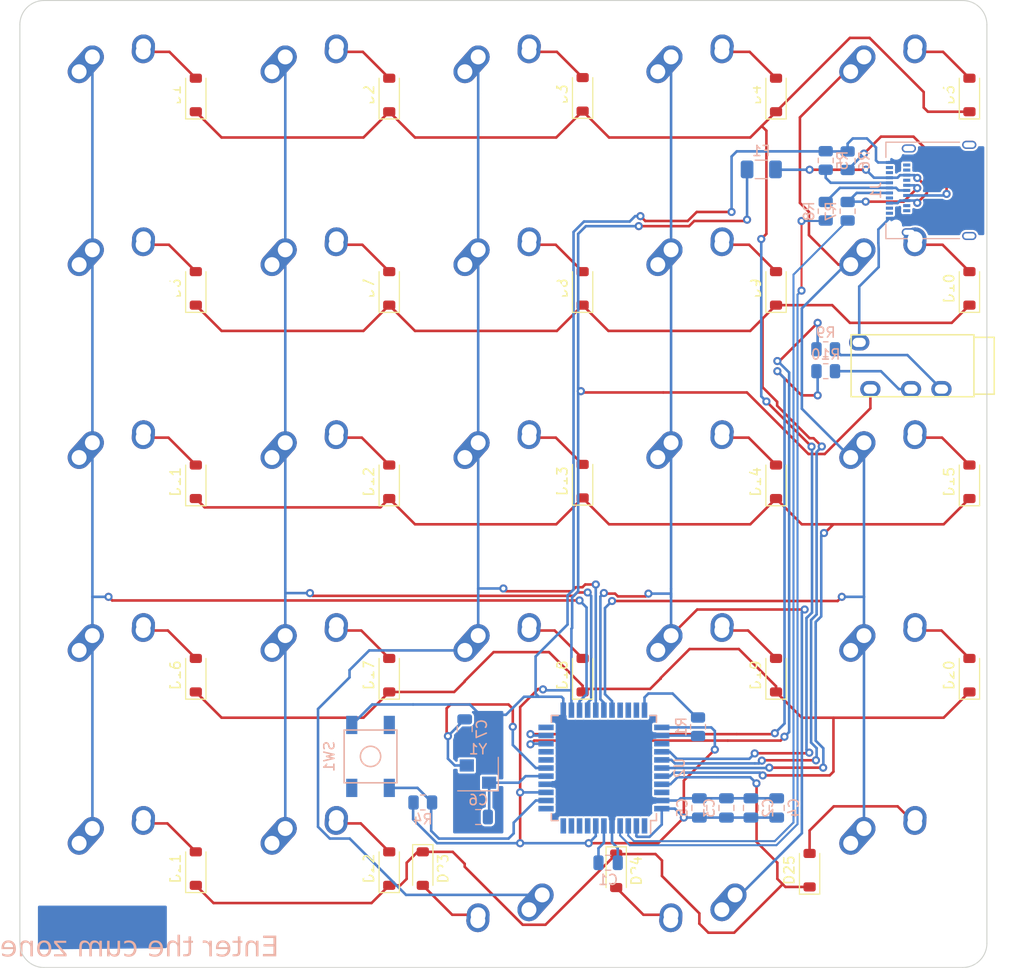
<source format=kicad_pcb>
(kicad_pcb (version 20221018) (generator pcbnew)
  (layers (0 "F.Cu" signal) (31 "B.Cu" signal) (34 "B.Paste" user) (35 "F.Paste" user) (36 "B.SilkS" user "B.Silkscreen") (37 "F.SilkS" user "F.Silkscreen") (38 "B.Mask" user) (39 "F.Mask" user) (44 "Edge.Cuts" user))
  (net 0 "")
  (net 1 "Net-(U2-UCAP)")
  (net 2 "GND")
  (net 3 "+5V")
  (net 4 "Net-(U2-XTAL2)")
  (net 5 "Net-(U2-XTAL1)")
  (net 6 "Net-(D1-A)")
  (net 7 "ROW0")
  (net 8 "Net-(D2-A)")
  (net 9 "Net-(D3-A)")
  (net 10 "ROW1")
  (net 11 "Net-(D4-A)")
  (net 12 "Net-(D5-A)")
  (net 13 "Net-(D6-A)")
  (net 14 "Net-(D7-A)")
  (net 15 "Net-(D8-A)")
  (net 16 "Net-(D9-A)")
  (net 17 "Net-(D10-A)")
  (net 18 "Net-(D11-A)")
  (net 19 "ROW2")
  (net 20 "Net-(D12-A)")
  (net 21 "Net-(D13-A)")
  (net 22 "Net-(D14-A)")
  (net 23 "Net-(D15-A)")
  (net 24 "Net-(D16-A)")
  (net 25 "ROW3")
  (net 26 "Net-(D17-A)")
  (net 27 "Net-(D18-A)")
  (net 28 "Net-(D19-A)")
  (net 29 "Net-(D20-A)")
  (net 30 "Net-(D21-A)")
  (net 31 "ROW4")
  (net 32 "Net-(D22-A)")
  (net 33 "Net-(D23-A)")
  (net 34 "Net-(D24-A)")
  (net 35 "Net-(D25-A)")
  (net 36 "VCC")
  (net 37 "COL0")
  (net 38 "COL1")
  (net 39 "COL2")
  (net 40 "COL3")
  (net 41 "COL4")
  (net 42 "Net-(U2-~{HWB}{slash}PE2)")
  (net 43 "D+")
  (net 44 "D-")
  (net 45 "Net-(U2-~{RESET})")
  (net 46 "Net-(J1-CC1)")
  (net 47 "Net-(J1-CC2)")
  (net 48 "Net-(J1-D--PadA7)")
  (net 49 "Net-(J1-D+-PadA6)")
  (net 50 "Net-(J2-PadR2)")
  (net 51 "RX")
  (net 52 "Net-(J2-PadR1)")
  (net 53 "TX")
  (footprint "MX_Alps_Hybrid:MX-1U-NoLED" (layer "F.Cu") (at 88.86875 88.78125)
    (fp_text reference "MX19")
    (fp_text value "MX-NoLED")
  )
  (footprint "Diode_SMD:D_SOD-123" (layer "F.Cu") (at 58.60625 31.53125 90)
    (fp_text reference "D2")
    (fp_text value "SOD-123")
  )
  (footprint "MX_Alps_Hybrid:MX-1U-NoLED" (layer "F.Cu") (at 107.86875 88.78125)
    (fp_text reference "MX20")
    (fp_text value "MX-NoLED")
  )
  (footprint "Diode_SMD:D_SOD-123" (layer "F.Cu") (at 58.60625 69.63125 90)
    (fp_text reference "D12")
    (fp_text value "SOD-123")
  )
  (footprint "MX_Alps_Hybrid:MX-1U-NoLED" (layer "F.Cu") (at 107.86875 107.78125)
    (fp_text reference "MX25")
    (fp_text value "MX-NoLED")
  )
  (footprint "MX_Alps_Hybrid:MX-1U-NoLED" (layer "F.Cu") (at 107.86875 31.78125)
    (fp_text reference "MX5")
    (fp_text value "MX-NoLED")
  )
  (footprint "Diode_SMD:D_SOD-123" (layer "F.Cu") (at 39.55625 107.73125 90)
    (fp_text reference "D21")
    (fp_text value "SOD-123")
  )
  (footprint "MX_Alps_Hybrid:MX-1U-NoLED" (layer "F.Cu") (at 69.86875 69.78125)
    (fp_text reference "MX13")
    (fp_text value "MX-NoLED")
  )
  (footprint "Diode_SMD:D_SOD-123" (layer "F.Cu") (at 100.0125 107.8875 90)
    (fp_text reference "D25")
    (fp_text value "SOD-123")
  )
  (footprint "Diode_SMD:D_SOD-123" (layer "F.Cu") (at 115.75625 31.53125 90)
    (fp_text reference "D5")
    (fp_text value "SOD-123")
  )
  (footprint "Diode_SMD:D_SOD-123" (layer "F.Cu") (at 96.70625 50.58125 90)
    (fp_text reference "D9")
    (fp_text value "SOD-123")
  )
  (footprint "MX_Alps_Hybrid:MX-1U-NoLED" (layer "F.Cu") (at 107.86875 69.78125)
    (fp_text reference "MX15")
    (fp_text value "MX-NoLED")
  )
  (footprint "Keebio-Parts:TRRS-PJ-320A" (layer "F.Cu") (at 116.20075 58.20125 -90)
    (fp_text reference "J2")
    (fp_text value "AudioJack4")
  )
  (footprint "MX_Alps_Hybrid:MX-1U-NoLED" (layer "F.Cu") (at 31.86875 50.78125)
    (fp_text reference "MX6")
    (fp_text value "MX-NoLED")
  )
  (footprint "Diode_SMD:D_SOD-123" (layer "F.Cu") (at 58.60625 50.58125 90)
    (fp_text reference "D7")
    (fp_text value "SOD-123")
  )
  (footprint "MX_Alps_Hybrid:MX-1U-NoLED" (layer "F.Cu") (at 50.86875 88.78125)
    (fp_text reference "MX17")
    (fp_text value "MX-NoLED")
  )
  (footprint "Diode_SMD:D_SOD-123" (layer "F.Cu") (at 61.9125 107.73125 -90)
    (fp_text reference "D23")
    (fp_text value "SOD-123")
  )
  (footprint "Diode_SMD:D_SOD-123" (layer "F.Cu") (at 39.55625 50.58125 90)
    (fp_text reference "D6")
    (fp_text value "SOD-123")
  )
  (footprint "MX_Alps_Hybrid:MX-1U-NoLED" (layer "F.Cu") (at 88.86875 50.78125)
    (fp_text reference "MX9")
    (fp_text value "MX-NoLED")
  )
  (footprint "MX_Alps_Hybrid:MX-1U-NoLED" (layer "F.Cu") (at 50.86875 31.78125)
    (fp_text reference "MX2")
    (fp_text value "MX-NoLED")
  )
  (footprint "Diode_SMD:D_SOD-123" (layer "F.Cu") (at 77.65625 69.56875 90)
    (fp_text reference "D13")
    (fp_text value "SOD-123")
  )
  (footprint "Diode_SMD:D_SOD-123" (layer "F.Cu") (at 77.65625 31.46875 90)
    (fp_text reference "D3")
    (fp_text value "SOD-123")
  )
  (footprint "Diode_SMD:D_SOD-123" (layer "F.Cu") (at 96.70625 31.53125 90)
    (fp_text reference "D4")
    (fp_text value "SOD-123")
  )
  (footprint "MX_Alps_Hybrid:MX-1U-NoLED" (layer "F.Cu") (at 88.86875 107.78125 180)
    (fp_text reference "MX24")
    (fp_text value "MX-NoLED")
  )
  (footprint "MX_Alps_Hybrid:MX-1U-NoLED" (layer "F.Cu") (at 50.86875 69.78125)
    (fp_text reference "MX12")
    (fp_text value "MX-NoLED")
  )
  (footprint "Diode_SMD:D_SOD-123" (layer "F.Cu") (at 58.60625 88.68125 90)
    (fp_text reference "D17")
    (fp_text value "SOD-123")
  )
  (footprint "MX_Alps_Hybrid:MX-1U-NoLED" (layer "F.Cu") (at 69.86875 31.78125)
    (fp_text reference "MX3")
    (fp_text value "MX-NoLED")
  )
  (footprint "MX_Alps_Hybrid:MX-1U-NoLED" (layer "F.Cu") (at 50.86875 50.78125)
    (fp_text reference "MX7")
    (fp_text value "MX-NoLED")
  )
  (footprint "MX_Alps_Hybrid:MX-1U-NoLED" (layer "F.Cu") (at 31.86875 69.78125)
    (fp_text reference "MX11")
    (fp_text value "MX-NoLED")
  )
  (footprint "Diode_SMD:D_SOD-123" (layer "F.Cu") (at 115.75625 69.63125 90)
    (fp_text reference "D15")
    (fp_text value "SOD-123")
  )
  (footprint "Diode_SMD:D_SOD-123" (layer "F.Cu") (at 96.70625 88.68125 90)
    (fp_text reference "D19")
    (fp_text value "SOD-123")
  )
  (footprint "MX_Alps_Hybrid:MX-1U-NoLED" (layer "F.Cu") (at 69.86875 107.78125 180)
    (fp_text reference "MX23")
    (fp_text value "MX-NoLED")
  )
  (footprint "MX_Alps_Hybrid:MX-1U-NoLED" (layer "F.Cu") (at 31.86875 107.78125)
    (fp_text reference "MX21")
    (fp_text value "MX-NoLED")
  )
  (footprint "Diode_SMD:D_SOD-123" (layer "F.Cu") (at 39.55625 31.53125 90)
    (fp_text reference "D1")
    (fp_text value "SOD-123")
  )
  (footprint "Diode_SMD:D_SOD-123" (layer "F.Cu") (at 39.55625 69.63125 90)
    (fp_text reference "D11")
    (fp_text value "SOD-123")
  )
  (footprint "Diode_SMD:D_SOD-123" (layer "F.Cu") (at 96.70625 69.63125 90)
    (fp_text reference "D14")
    (fp_text value "SOD-123")
  )
  (footprint "MX_Alps_Hybrid:MX-1U-NoLED" (layer "F.Cu") (at 31.86875 31.78125)
    (fp_text reference "MX1")
    (fp_text value "MX-NoLED")
  )
  (footprint "MX_Alps_Hybrid:MX-1U-NoLED" (layer "F.Cu") (at 88.86875 69.78125)
    (fp_text reference "MX14")
    (fp_text value "MX-NoLED")
  )
  (footprint "Diode_SMD:D_SOD-123" (layer "F.Cu") (at 39.55625 88.68125 90)
    (fp_text reference "D16")
    (fp_text value "SOD-123")
  )
  (footprint "Diode_SMD:D_SOD-123" (layer "F.Cu") (at 58.60625 107.73125 90)
    (fp_text reference "D22")
    (fp_text value "SOD-123")
  )
  (footprint "MX_Alps_Hybrid:MX-1U-NoLED" (layer "F.Cu") (at 107.86875 50.78125)
    (fp_text reference "MX10")
    (fp_text value "MX-NoLED")
  )
  (footprint "MX_Alps_Hybrid:MX-1U-NoLED" (layer "F.Cu") (at 88.86875 31.78125)
    (fp_text reference "MX4")
    (fp_text value "MX-NoLED")
  )
  (footprint "Diode_SMD:D_SOD-123" (layer "F.Cu") (at 115.75625 50.58125 90)
    (fp_text reference "D10")
    (fp_text value "SOD-123")
  )
  (footprint "MX_Alps_Hybrid:MX-1U-NoLED" (layer "F.Cu") (at 69.86875 50.78125)
    (fp_text reference "MX8")
    (fp_text value "MX-NoLED")
  )
  (footprint "MX_Alps_Hybrid:MX-1U-NoLED" (layer "F.Cu") (at 69.86875 88.78125)
    (fp_text reference "MX18")
    (fp_text value "MX-NoLED")
  )
  (footprint "MX_Alps_Hybrid:MX-1U-NoLED" (layer "F.Cu") (at 31.86875 88.78125)
    (fp_text reference "MX16")
    (fp_text value "MX-NoLED")
  )
  (footprint "Diode_SMD:D_SOD-123" (layer "F.Cu") (at 80.9625 107.95 -90)
    (fp_text reference "D24")
    (fp_text value "SOD-123")
  )
  (footprint "Diode_SMD:D_SOD-123" (layer "F.Cu") (at 77.65625 50.58125 90)
    (fp_text reference "D8")
    (fp_text value "SOD-123")
  )
  (footprint "MX_Alps_Hybrid:MX-1U-NoLED" (layer "F.Cu") (at 50.86875 107.78125)
    (fp_text reference "MX22")
    (fp_text value "MX-NoLED")
  )
  (footprint "Diode_SMD:D_SOD-123" (layer "F.Cu") (at 115.75625 88.68125 90)
    (fp_text reference "D20")
    (fp_text value "SOD-123")
  )
  (footprint "Diode_SMD:D_SOD-123" (layer "F.Cu") (at 77.65625 88.68125 90)
    (fp_text reference "D18")
    (fp_text value "SOD-123")
  )
  (footprint "Package_QFP:TQFP-44_10x10mm_P0.8mm" (layer "B.Cu") (at 79.75175 97.82525 90)
    (fp_text reference "U2")
    (fp_text value "ATmega32U4-A")
  )
  (footprint "Resistor_SMD:R_0805_2012Metric" (layer "B.Cu") (at 101.6 37.98125 90)
    (fp_text reference "R5")
    (fp_text value "5.1k")
  )
  (footprint "Resistor_SMD:R_0805_2012Metric" (layer "B.Cu") (at 101.6 42.98125 -90)
    (fp_text reference "R8")
    (fp_text value "5.1k")
  )
  (footprint "Capacitor_SMD:C_0805_2012Metric" (layer "B.Cu") (at 94.234 101.75625 90)
    (fp_text reference "C2")
    (fp_text value "0.1uF")
  )
  (footprint "Capacitor_SMD:C_0805_2012Metric" (layer "B.Cu") (at 96.774 101.75625 90)
    (fp_text reference "C4")
    (fp_text value "0.1uF")
  )
  (footprint "Resistor_SMD:R_0805_2012Metric" (layer "B.Cu") (at 103.759 38.00475 90)
    (fp_text reference "R6")
    (fp_text value "5.1k")
  )
  (footprint "random-keyboard-parts:SKQG-1155865" (layer "B.Cu") (at 56.76475 96.68225 90)
    (fp_text reference "SW1")
    (fp_text value "SW_Push")
  )
  (footprint "Capacitor_SMD:C_0805_2012Metric" (layer "B.Cu") (at 89.154 101.75625 -90)
    (fp_text reference "C5")
    (fp_text value "10uF")
  )
  (footprint "Capacitor_SMD:C_0805_2012Metric" (layer "B.Cu") (at 67.37175 102.65125 180)
    (fp_text reference "C6")
    (fp_text value "22pF")
  )
  (footprint "Resistor_SMD:R_0805_2012Metric" (layer "B.Cu") (at 61.9125 101.219)
    (fp_text reference "R4")
    (fp_text value "10k")
  )
  (footprint "Crystal:Crystal_SMD_3225-4Pin_3.2x2.5mm" (layer "B.Cu") (at 67.34875 98.42125 180)
    (fp_text reference "Y1")
    (fp_text value "16MHz")
  )
  (footprint "Resistor_SMD:R_0805_2012Metric" (layer "B.Cu") (at 101.6 58.7375 180)
    (fp_text reference "R10")
    (fp_text value "1k")
  )
  (footprint "Capacitor_SMD:C_0805_2012Metric" (layer "B.Cu") (at 66.04 93.98 90)
    (fp_text reference "C7")
    (fp_text value "22pF")
  )
  (footprint "Connector_USB:USB_C_Receptacle_Amphenol_12401610E4-2A" (layer "B.Cu") (at 112.89875 40.92925 -90)
    (fp_text reference "J1")
    (fp_text value "USB_C_Receptacle_USB2.0")
  )
  (footprint "Resistor_SMD:R_0805_2012Metric" (layer "B.Cu") (at 103.759 42.98125 -90)
    (fp_text reference "R7")
    (fp_text value "5.1k")
  )
  (footprint "Resistor_SMD:R_0805_2012Metric" (layer "B.Cu") (at 101.6 56.5785 180)
    (fp_text reference "R9")
    (fp_text value "1k")
  )
  (footprint "Fuse:Fuse_1206_3216Metric" (layer "B.Cu") (at 95.253 38.862 180)
    (fp_text reference "F1")
    (fp_text value "500mA")
  )
  (footprint "Capacitor_SMD:C_0805_2012Metric" (layer "B.Cu") (at 91.821 101.75625 -90)
    (fp_text reference "C3")
    (fp_text value "0.1uF")
  )
  (footprint "Capacitor_SMD:C_0805_2012Metric" (layer "B.Cu") (at 80.16875 107.15625)
    (fp_text reference "C1")
    (fp_text value "1uF")
  )
  (footprint "Resistor_SMD:R_0805_2012Metric" (layer "B.Cu") (at 89.02275 93.76125 -90)
    (fp_text reference "R1")
    (fp_text value "10k")
  )
  (gr_arc (start 117.475 115.09375) (mid 116.777548 116.777548) (end 115.09375 117.475) (stroke (width 0.1)) (layer "Edge.Cuts"))
  (gr_arc (start 24.60625 117.475) (mid 22.922452 116.777548) (end 22.225 115.09375) (stroke (width 0.1)) (layer "Edge.Cuts"))
  (gr_arc (start 115.09375 22.225) (mid 116.777548 22.922452) (end 117.475 24.60625) (stroke (width 0.1)) (layer "Edge.Cuts"))
  (gr_line (start 24.60625 117.475) (end 115.09375 117.475) (stroke (width 0.1)) (layer "Edge.Cuts"))
  (gr_line (start 22.225 24.60625) (end 22.225 115.09375) (stroke (width 0.1)) (layer "Edge.Cuts"))
  (gr_line (start 117.475 115.09375) (end 117.475 24.60625) (stroke (width 0.1)) (layer "Edge.Cuts"))
  (gr_arc (start 22.225 24.60625) (mid 22.922452 22.922452) (end 24.60625 22.225) (stroke (width 0.1)) (layer "Edge.Cuts"))
  (gr_line (start 115.09375 22.225) (end 24.60625 22.225) (stroke (width 0.1)) (layer "Edge.Cuts"))
  (gr_text "Enter the cum zone" (at 47.752 116.713) (layer "B.SilkS") (effects (font (size 2 2)) (justify left bottom mirror)))
  (segment (start 79.75175 105.192) (end 79.75175 103.52525) (width 0.254) (layer "B.Cu") (net 1))
  (segment (start 79.21875 107.15625) (end 79.21875 105.725) (width 0.254) (layer "B.Cu") (net 1))
  (segment (start 79.21875 105.725) (end 79.75175 105.192) (width 0.254) (layer "B.Cu") (net 1))
  (segment (start 88.892948 43.053) (end 92.329 43.053) (width 0.254) (layer "F.Cu") (net 2))
  (segment (start 83.827221 43.942) (end 88.003948 43.942) (width 0.254) (layer "F.Cu") (net 2))
  (segment (start 88.003948 43.942) (end 88.892948 43.053) (width 0.254) (layer "F.Cu") (net 2))
  (segment (start 83.349317 43.464096) (end 83.827221 43.942) (width 0.254) (layer "F.Cu") (net 2))
  (via (at 83.349317 43.464096) (size 0.8) (drill 0.4) (layers "F.Cu" "B.Cu") (net 2))
  (via (at 92.329 43.053) (size 0.8) (drill 0.4) (layers "F.Cu" "B.Cu") (net 2))
  (segment (start 104.90075 50.396291) (end 104.90075 55.90125) (width 0.254) (layer "B.Cu") (net 2))
  (segment (start 106.553 37.973) (end 106.553 36.703) (width 0.254) (layer "B.Cu") (net 2))
  (segment (start 77.789947 43.996) (end 76.762 45.023948) (width 0.254) (layer "B.Cu") (net 2))
  (segment (start 88.97425 94.62525) (end 89.02275 94.67375) (width 0.254) (layer "B.Cu") (net 2))
  (segment (start 107.87875 38.17925) (end 106.75925 38.17925) (width 0.254) (layer "B.Cu") (net 2))
  (segment (start 101.58475 37.084) (end 92.837 37.084) (width 0.254) (layer "B.Cu") (net 2))
  (segment (start 89.154 100.80625) (end 87.3125 100.80625) (width 0.254) (layer "B.Cu") (net 2))
  (segment (start 73.3425 90.805) (end 71.882 90.805) (width 0.254) (layer "B.Cu") (net 2))
  (segment (start 106.553 36.703) (end 105.664 35.814) (width 0.254) (layer "B.Cu") (net 2))
  (segment (start 56.422 92.075) (end 56.93 91.567) (width 0.254) (layer "B.Cu") (net 2))
  (segment (start 73.025 86.83875) (end 73.025 90.4875) (width 0.254) (layer "B.Cu") (net 2))
  (segment (start 87.0935 101.02525) (end 85.45175 101.02525) (width 0.254) (layer "B.Cu") (net 2))
  (segment (start 103.759 36.322) (end 103.759 37.09225) (width 0.254) (layer "B.Cu") (net 2))
  (segment (start 87.3125 100.80625) (end 87.0935 101.02525) (width 0.254) (layer "B.Cu") (net 2))
  (segment (start 109.604103 37.903897) (end 109.57875 37.92925) (width 0.254) (layer "B.Cu") (net 2))
  (segment (start 82.827904 43.464096) (end 82.296 43.996) (width 0.254) (layer "B.Cu") (net 2))
  (segment (start 96.774 100.80625) (end 94.234 100.80625) (width 0.254) (layer "B.Cu") (net 2))
  (segment (start 66.548 91.567) (end 67.437 92.456) (width 0.254) (layer "B.Cu") (net 2))
  (segment (start 82.296 43.996) (end 77.789947 43.996) (width 0.254) (layer "B.Cu") (net 2))
  (segment (start 66.42175 102.65125) (end 66.24875 102.47825) (width 0.254) (layer "B.Cu") (net 2))
  (segment (start 85.45175 94.62525) (end 88.97425 94.62525) (width 0.254) (layer "B.Cu") (net 2))
  (segment (start 106.820389 48.476652) (end 104.90075 50.396291) (width 0.254) (layer "B.Cu") (net 2))
  (segment (start 101.6 37.06875) (end 101.58475 37.084) (width 0.254) (layer "B.Cu") (net 2))
  (segment (start 106.820389 46.735275) (end 106.820389 48.476652) (width 0.254) (layer "B.Cu") (net 2))
  (segment (start 75.75175 92.12525) (end 75.75175 90.99175) (width 0.254) (layer "B.Cu") (net 2))
  (segment (start 56.93 91.567) (end 60.96 91.567) (width 0.254) (layer "B.Cu") (net 2))
  (segment (start 75.75175 90.99175) (end 75.565 90.805) (width 0.254) (layer "B.Cu") (net 2))
  (segment (start 106.786107 46.10218) (end 106.820389 46.735275) (width 0.254) (layer "B.Cu") (net 2))
  (segment (start 76.762 80.240064) (end 76.17075 80.831313) (width 0.254) (layer "B.Cu") (net 2))
  (segment (start 92.329 37.592) (end 92.329 43.053) (width 0.254) (layer "B.Cu") (net 2))
  (segment (start 107.87875 38.17925) (end 107.83675 38.13725) (width 0.254) (layer "B.Cu") (net 2))
  (segment (start 76.762 45.023948) (end 76.762 80.240064) (width 0.254) (layer "B.Cu") (net 2))
  (segment (start 76.17075 80.831313) (end 76.17075 83.693) (width 0.254) (layer "B.Cu") (net 2))
  (segment (start 107.87875 43.67925) (end 106.786107 44.771893) (width 0.254) (layer "B.Cu") (net 2))
  (segment (start 101.6235 37.09225) (end 101.6 37.06875) (width 0.254) (layer "B.Cu") (net 2))
  (segment (start 66.64875 99.27125) (end 66.24875 99.27125) (width 0.254) (layer "B.Cu") (net 2))
  (segment (start 73.3425 90.805) (end 73.025 90.4875) (width 0.254) (layer "B.Cu") (net 2))
  (segment (start 104.267 35.814) (end 103.759 36.322) (width 0.254) (layer "B.Cu") (net 2))
  (segment (start 105.664 35.814) (end 104.267 35.814) (width 0.254) (layer "B.Cu") (net 2))
  (segment (start 68.44875 97.57125) (end 68.34875 97.57125) (width 0.254) (layer "B.Cu") (net 2))
  (segment (start 92.837 37.084) (end 92.329 37.592) (width 0.254) (layer "B.Cu") (net 2))
  (segment (start 76.17075 83.693) (end 73.025 86.83875) (width 0.254) (layer "B.Cu") (net 2))
  (segment (start 80.55175 105.158) (end 80.55175 103.52525) (width 0.254) (layer "B.Cu") (net 2))
  (segment (start 54.91475 93.58225) (end 56.422 92.075) (width 0.254) (layer "B.Cu") (net 2))
  (segment (start 75.565 90.805) (end 73.3425 90.805) (width 0.254) (layer "B.Cu") (net 2))
  (segment (start 103.759 37.09225) (end 101.6235 37.09225) (width 0.254) (layer "B.Cu") (net 2))
  (segment (start 60.96 91.567) (end 66.548 91.567) (width 0.254) (layer "B.Cu") (net 2))
  (segment (start 70.104 92.583) (end 69.596 92.583) (width 0.254) (layer "B.Cu") (net 2))
  (segment (start 81.11875 105.725) (end 80.55175 105.158) (width 0.254) (layer "B.Cu") (net 2))
  (segment (start 81.11875 107.15625) (end 81.11875 105.725) (width 0.254) (layer "B.Cu") (net 2))
  (segment (start 106.786107 44.771893) (end 106.786107 46.10218) (width 0.254) (layer "B.Cu") (net 2))
  (segment (start 106.75925 38.17925) (end 106.553 37.973) (width 0.254) (layer "B.Cu") (net 2))
  (segment (start 83.349317 43.464096) (end 82.827904 43.464096) (width 0.254) (layer "B.Cu") (net 2))
  (segment (start 91.821 100.80625) (end 89.154 100.80625) (width 0.254) (layer "B.Cu") (net 2))
  (segment (start 94.234 100.80625) (end 91.821 100.80625) (width 0.254) (layer "B.Cu") (net 2))
  (segment (start 71.882 90.805) (end 70.104 92.583) (width 0.254) (layer "B.Cu") (net 2))
  (segment (start 71.50425 100.222) (end 71.501 100.22525) (width 0.254) (layer "F.Cu") (net 3))
  (segment (start 90.678 96.012) (end 87.625 99.065) (width 0.254) (layer "F.Cu") (net 3))
  (segment (start 87.625 99.065) (end 87.625 102.70625) (width 0.254) (layer "F.Cu") (net 3))
  (segment (start 88.138 44.45) (end 88.646 43.942) (width 0.254) (layer "F.Cu") (net 3))
  (segment (start 88.646 43.942) (end 93.726 43.942) (width 0.254) (layer "F.Cu") (net 3))
  (segment (start 101.501787 66.894) (end 106.00075 62.395037) (width 0.254) (layer "F.Cu") (net 3))
  (segment (start 93.726 43.942) (end 93.853 43.815) (width 0.254) (layer "F.Cu") (net 3))
  (segment (start 93.840866 60.833) (end 99.901866 66.894) (width 0.254) (layer "F.Cu") (net 3))
  (segment (start 71.501 105.229) (end 71.501 100.22525) (width 0.254) (layer "F.Cu") (net 3))
  (segment (start 73.7515 90.0785) (end 73.716 90.043) (width 0.254) (layer "F.Cu") (net 3))
  (segment (start 71.50425 91.81775) (end 71.50425 100.222) (width 0.254) (layer "F.Cu") (net 3))
  (segment (start 78.252 105.229) (end 85.10225 105.229) (width 0.254) (layer "F.Cu") (net 3))
  (segment (start 83.185 44.45) (end 88.138 44.45) (width 0.254) (layer "F.Cu") (net 3))
  (segment (start 73.279 90.043) (end 71.50425 91.81775) (width 0.254) (layer "F.Cu") (net 3))
  (segment (start 99.901866 66.894) (end 101.501787 66.894) (width 0.254) (layer "F.Cu") (net 3))
  (segment (start 85.598 60.833) (end 77.6155 60.833) (width 0.254) (layer "F.Cu") (net 3))
  (segment (start 106.00075 62.395037) (end 106.00075 60.50125) (width 0.254) (layer "F.Cu") (net 3))
  (segment (start 77.6155 60.833) (end 77.4885 60.706) (width 0.254) (layer "F.Cu") (net 3))
  (segment (start 85.598 60.833) (end 93.840866 60.833) (width 0.254) (layer "F.Cu") (net 3))
  (segment (start 85.10225 105.229) (end 87.625 102.70625) (width 0.254) (layer "F.Cu") (net 3))
  (segment (start 73.716 90.043) (end 73.279 90.043) (width 0.254) (layer "F.Cu") (net 3))
  (via (at 71.501 105.229) (size 0.8) (drill 0.4) (layers "F.Cu" "B.Cu") (net 3))
  (via (at 87.625 102.70625) (size 0.8) (drill 0.4) (layers "F.Cu" "B.Cu") (net 3))
  (via (at 71.501 100.22525) (size 0.8) (drill 0.4) (layers "F.Cu" "B.Cu") (net 3))
  (via (at 73.7515 90.0785) (size 0.8) (drill 0.4) (layers "F.Cu" "B.Cu") (net 3))
  (via (at 78.252 105.229) (size 0.8) (drill 0.4) (layers "F.Cu" "B.Cu") (net 3))
  (via (at 93.853 43.815) (size 0.8) (drill 0.4) (layers "F.Cu" "B.Cu") (net 3))
  (via (at 77.4885 60.706) (size 0.8) (drill 0.4) (layers "F.Cu" "B.Cu") (net 3))
  (via (at 90.678 96.012) (size 0.8) (drill 0.4) (layers "F.Cu" "B.Cu") (net 3))
  (via (at 83.185 44.45) (size 0.8) (drill 0.4) (layers "F.Cu" "B.Cu") (net 3))
  (segment (start 73.843 90.17) (end 76.55175 90.17) (width 0.254) (layer "B.Cu") (net 3))
  (segment (start 77.216 80.428116) (end 77.216 60.706) (width 0.254) (layer "B.Cu") (net 3))
  (segment (start 82.95175 103.52525) (end 82.95175 104.52925) (width 0.254) (layer "B.Cu") (net 3))
  (segment (start 77.216 60.706) (end 77.216 45.212) (width 0.254) (layer "B.Cu") (net 3))
  (segment (start 76.62475 81.019366) (end 77.216 80.428116) (width 0.254) (layer "B.Cu") (net 3))
  (segment (start 71.501 105.229) (end 78.252 105.229) (width 0.254) (layer "B.Cu") (net 3))
  (segment (start 93.853 38.862) (end 93.853 43.5965) (width 0.254) (layer "B.Cu") (net 3))
  (segment (start 78.252 105.229) (end 78.95175 104.52925) (width 0.254) (layer "B.Cu") (net 3))
  (segment (start 87.625 102.70625) (end 86.744 101.82525) (width 0.254) (layer "B.Cu") (net 3))
  (segment (start 76.62475 84.03025) (end 76.62475 81.019366) (width 0.254) (layer "B.Cu") (net 3))
  (segment (start 77.4885 60.706) (end 77.216 60.706) (width 0.254) (layer "B.Cu") (net 3))
  (segment (start 94.234 102.70625) (end 91.821 102.70625) (width 0.254) (layer "B.Cu") (net 3))
  (segment (start 90.678 94.1785) (end 90.678 96.012) (width 0.254) (layer "B.Cu") (net 3))
  (segment (start 76.55175 90.17) (end 76.55175 84.10325) (width 0.254) (layer "B.Cu") (net 3))
  (segment (start 76.55175 84.10325) (end 76.62475 84.03025) (width 0.254) (layer "B.Cu") (net 3))
  (segment (start 76.55175 92.12525) (end 76.55175 90.17) (width 0.254) (layer "B.Cu") (net 3))
  (segment (start 74.05175 100.22525) (end 71.501 100.22525) (width 0.254) (layer "B.Cu") (net 3))
  (segment (start 96.774 102.70625) (end 94.234 102.70625) (width 0.254) (layer "B.Cu") (net 3))
  (segment (start 85.45175 103.39725) (end 85.45175 101.82525) (width 0.254) (layer "B.Cu") (net 3))
  (segment (start 90.32475 93.82525) (end 90.678 94.1785) (width 0.254) (layer "B.Cu") (net 3))
  (segment (start 91.821 102.70625) (end 89.154 102.70625) (width 0.254) (layer "B.Cu") (net 3))
  (segment (start 82.95175 104.52925) (end 83.02475 104.60225) (width 0.254) (layer "B.Cu") (net 3))
  (segment (start 77.978 44.45) (end 83.185 44.45) (width 0.254) (layer "B.Cu") (net 3))
  (segment (start 60.96 101.473) (end 60.96 102.877052) (width 0.254) (layer "B.Cu") (net 3))
  (segment (start 84.24675 104.60225) (end 85.45175 103.39725) (width 0.254) (layer "B.Cu") (net 3))
  (segment (start 73.7515 90.0785) (end 73.843 90.17) (width 0.254) (layer "B.Cu") (net 3))
  (segment (start 87.625 102.70625) (end 89.154 102.70625) (width 0.254) (layer "B.Cu") (net 3))
  (segment (start 85.45175 93.82525) (end 90.32475 93.82525) (width 0.254) (layer "B.Cu") (net 3))
  (segment (start 78.95175 104.52925) (end 78.95175 103.52525) (width 0.254) (layer "B.Cu") (net 3))
  (segment (start 85.45175 101.82525) (end 86.744 101.82525) (width 0.254) (layer "B.Cu") (net 3))
  (segment (start 77.216 45.212) (end 77.978 44.45) (width 0.254) (layer "B.Cu") (net 3))
  (segment (start 83.02475 104.60225) (end 84.24675 104.60225) (width 0.254) (layer "B.Cu") (net 3))
  (segment (start 63.311948 105.229) (end 71.501 105.229) (width 0.254) (layer "B.Cu") (net 3))
  (segment (start 60.96 102.877052) (end 63.311948 105.229) (width 0.254) (layer "B.Cu") (net 3))
  (segment (start 72.031 98.62525) (end 71.385 99.27125) (width 0.254) (layer "B.Cu") (net 4))
  (segment (start 68.44875 102.52425) (end 68.44875 99.27125) (width 0.254) (layer "B.Cu") (net 4))
  (segment (start 74.05175 98.62525) (end 72.031 98.62525) (width 0.254) (layer "B.Cu") (net 4))
  (segment (start 71.385 99.27125) (end 68.44875 99.27125) (width 0.254) (layer "B.Cu") (net 4))
  (segment (start 68.32175 102.65125) (end 68.44875 102.52425) (width 0.254) (layer "B.Cu") (net 4))
  (segment (start 64.262 91.948) (end 64.262 94.554) (width 0.254) (layer "F.Cu") (net 5))
  (segment (start 64.643 91.567) (end 64.262 91.948) (width 0.254) (layer "F.Cu") (net 5))
  (segment (start 70.77775 91.98675) (end 70.358 91.567) (width 0.254) (layer "F.Cu") (net 5))
  (segment (start 70.77775 93.762177) (end 70.77775 91.98675) (width 0.254) (layer "F.Cu") (net 5))
  (segment (start 70.358 91.567) (end 64.643 91.567) (width 0.254) (layer "F.Cu") (net 5))
  (segment (start 64.262 94.554) (end 64.389 94.681) (width 0.254) (layer "F.Cu") (net 5))
  (via (at 70.77775 93.762177) (size 0.8) (drill 0.4) (layers "F.Cu" "B.Cu") (net 5))
  (via (at 64.389 94.681) (size 0.8) (drill 0.4) (layers "F.Cu" "B.Cu") (net 5))
  (segment (start 64.389 94.681) (end 66.04 93.03) (width 0.254) (layer "B.Cu") (net 5))
  (segment (start 74.05175 97.82525) (end 73.04775 97.82525) (width 0.254) (layer "B.Cu") (net 5))
  (segment (start 65.05925 97.57125) (end 64.389 96.901) (width 0.254) (layer "B.Cu") (net 5))
  (segment (start 73.04775 97.82525) (end 70.77775 95.55525) (width 0.254) (layer "B.Cu") (net 5))
  (segment (start 64.389 96.901) (end 64.389 94.681) (width 0.254) (layer "B.Cu") (net 5))
  (segment (start 66.24875 97.57125) (end 65.05925 97.57125) (width 0.254) (layer "B.Cu") (net 5))
  (segment (start 70.77775 95.55525) (end 70.77775 93.762177) (width 0.254) (layer "B.Cu") (net 5))
  (segment (start 39.55625 29.88125) (end 36.95625 27.28125) (width 0.254) (layer "F.Cu") (net 6))
  (segment (start 36.95625 27.28125) (end 34.36875 27.28125) (width 0.254) (layer "F.Cu") (net 6))
  (segment (start 42.09375 35.71875) (end 56.06875 35.71875) (width 0.254) (layer "F.Cu") (net 7))
  (segment (start 77.65625 33.11875) (end 80.25625 35.71875) (width 0.254) (layer "F.Cu") (net 7))
  (segment (start 58.60625 33.18125) (end 61.14375 35.71875) (width 0.254) (layer "F.Cu") (net 7))
  (segment (start 39.55625 33.18125) (end 42.09375 35.71875) (width 0.254) (layer "F.Cu") (net 7))
  (segment (start 95.758 35.052) (end 95.758 45.212) (width 0.254) (layer "F.Cu") (net 7))
  (segment (start 95.29675 34.59075) (end 95.758 35.052) (width 0.254) (layer "F.Cu") (net 7))
  (segment (start 99.920305 96.37175) (end 99.9785 96.313555) (width 0.254) (layer "F.Cu") (net 7))
  (segment (start 111.66725 33.18125) (end 115.75625 33.18125) (width 0.254) (layer "F.Cu") (net 7))
  (segment (start 94.608354 96.386245) (end 94.622849 96.37175) (width 0.254) (layer "F.Cu") (net 7))
  (segment (start 103.9795 25.908) (end 105.918 25.908) (width 0.254) (layer "F.Cu") (net 7))
  (segment (start 61.14375 35.71875) (end 75.05625 35.71875) (width 0.254) (layer "F.Cu") (net 7))
  (segment (start 96.70625 33.18125) (end 103.9795 25.908) (width 0.254) (layer "F.Cu") (net 7))
  (segment (start 94.622849 96.37175) (end 99.920305 96.37175) (width 0.254) (layer "F.Cu") (net 7))
  (segment (start 80.25625 35.71875) (end 94.16875 35.71875) (width 0.254) (layer "F.Cu") (net 7))
  (segment (start 105.918 25.908) (end 111.252 31.242) (width 0.254) (layer "F.Cu") (net 7))
  (segment (start 94.16875 35.71875) (end 95.29675 34.59075) (width 0.254) (layer "F.Cu") (net 7))
  (segment (start 95.758 45.212) (end 95.25 45.72) (width 0.254) (layer "F.Cu") (net 7))
  (segment (start 111.252 32.766) (end 111.66725 33.18125) (width 0.254) (layer "F.Cu") (net 7))
  (segment (start 100.203 66.167) (end 95.758 61.722) (width 0.254) (layer "F.Cu") (net 7))
  (segment (start 111.252 31.242) (end 111.252 32.766) (width 0.254) (layer "F.Cu") (net 7))
  (segment (start 75.05625 35.71875) (end 77.65625 33.11875) (width 0.254) (layer "F.Cu") (net 7))
  (segment (start 95.29675 34.59075) (end 96.70625 33.18125) (width 0.254) (layer "F.Cu") (net 7))
  (segment (start 56.06875 35.71875) (end 58.60625 33.18125) (width 0.254) (layer "F.Cu") (net 7))
  (via (at 95.758 61.722) (size 0.8) (drill 0.4) (layers "F.Cu" "B.Cu") (net 7))
  (via (at 95.25 45.72) (size 0.8) (drill 0.4) (layers "F.Cu" "B.Cu") (net 7))
  (via (at 100.203 66.167) (size 0.8) (drill 0.4) (layers "F.Cu" "B.Cu") (net 7))
  (via (at 99.9785 96.313555) (size 0.8) (drill 0.4) (layers "F.Cu" "B.Cu") (net 7))
  (via (at 94.608354 96.386245) (size 0.8) (drill 0.4) (layers "F.Cu" "B.Cu") (net 7))
  (segment (start 86.890401 96.878599) (end 86.929052 96.91725) (width 0.254) (layer "B.Cu") (net 7))
  (segment (start 100.2515 66.2155) (end 100.203 66.167) (width 0.254) (layer "B.Cu") (net 7))
  (segment (start 99.9785 96.313555) (end 99.706 96.041055) (width 0.254) (layer "B.Cu") (net 7))
  (segment (start 90.043 96.91725) (end 94.077349 96.91725) (width 0.254) (layer "B.Cu") (net 7))
  (segment (start 85.45175 96.22525) (end 86.237052 96.22525) (width 0.254) (layer "B.Cu") (net 7))
  (segment (start 99.825634 82.938311) (end 100.2515 82.512445) (width 0.254) (layer "B.Cu") (net 7))
  (segment (start 86.237052 96.22525) (end 86.890401 96.878599) (width 0.254) (layer "B.Cu") (net 7))
  (segment (start 99.706 83.047) (end 99.814689 82.938311) (width 0.254) (layer "B.Cu") (net 7))
  (segment (start 94.077349 96.91725) (end 94.608354 96.386245) (width 0.254) (layer "B.Cu") (net 7))
  (segment (start 100.2515 82.512445) (end 100.2515 66.2155) (width 0.254) (layer "B.Cu") (net 7))
  (segment (start 95.25 61.214) (end 95.758 61.722) (width 0.254) (layer "B.Cu") (net 7))
  (segment (start 86.929052 96.91725) (end 90.043 96.91725) (width 0.254) (layer "B.Cu") (net 7))
  (segment (start 95.25 45.72) (end 95.25 61.214) (width 0.254) (layer "B.Cu") (net 7))
  (segment (start 99.814689 82.938311) (end 99.825634 82.938311) (width 0.254) (layer "B.Cu") (net 7))
  (segment (start 99.706 96.041055) (end 99.706 83.047) (width 0.254) (layer "B.Cu") (net 7))
  (segment (start 58.60625 29.88125) (end 56.00625 27.28125) (width 0.254) (layer "F.Cu") (net 8))
  (segment (start 56.00625 27.28125) (end 53.36875 27.28125) (width 0.254) (layer "F.Cu") (net 8))
  (segment (start 77.65625 29.81875) (end 75.11875 27.28125) (width 0.254) (layer "F.Cu") (net 9))
  (segment (start 75.11875 27.28125) (end 72.36875 27.28125) (width 0.254) (layer "F.Cu") (net 9))
  (segment (start 94.16875 54.76875) (end 95.36025 53.57725) (width 0.254) (layer "F.Cu") (net 10))
  (segment (start 101.21554 66.151406) (end 100.402108 65.337974) (width 0.254) (layer "F.Cu") (net 10))
  (segment (start 61.14375 54.76875) (end 75.11875 54.76875) (width 0.254) (layer "F.Cu") (net 10))
  (segment (start 42.09375 54.76875) (end 56.06875 54.76875) (width 0.254) (layer "F.Cu") (net 10))
  (segment (start 96.8175 61.753366) (end 95.377 60.312866) (width 0.254) (layer "F.Cu") (net 10))
  (segment (start 95.36025 53.57725) (end 96.70625 52.23125) (width 0.254) (layer "F.Cu") (net 10))
  (segment (start 95.377 53.594) (end 95.36025 53.57725) (width 0.254) (layer "F.Cu") (net 10))
  (segment (start 95.377 60.312866) (end 95.377 53.594) (width 0.254) (layer "F.Cu") (net 10))
  (segment (start 77.65625 52.23125) (end 80.19375 54.76875) (width 0.254) (layer "F.Cu") (net 10))
  (segment (start 96.8175 62.139448) (end 96.8175 61.753366) (width 0.254) (layer "F.Cu") (net 10))
  (segment (start 115.75625 52.23125) (end 114.0125 53.975) (width 0.254) (layer "F.Cu") (net 10))
  (segment (start 100.638745 97.063) (end 100.639245 97.0635) (width 0.254) (layer "F.Cu") (net 10))
  (segment (start 95.309312 97.09875) (end 95.345062 97.063) (width 0.254) (layer "F.Cu") (net 10))
  (segment (start 100.016026 65.337974) (end 96.8175 62.139448) (width 0.254) (layer "F.Cu") (net 10))
  (segment (start 58.60625 52.23125) (end 61.14375 54.76875) (width 0.254) (layer "F.Cu") (net 10))
  (segment (start 80.19375 54.76875) (end 94.16875 54.76875) (width 0.254) (layer "F.Cu") (net 10))
  (segment (start 101.21554 66.152113) (end 101.21554 66.151406) (width 0.254) (layer "F.Cu") (net 10))
  (segment (start 75.11875 54.76875) (end 77.65625 52.23125) (width 0.254) (layer "F.Cu") (net 10))
  (segment (start 95.345062 97.063) (end 100.638745 97.063) (width 0.254) (layer "F.Cu") (net 10))
  (segment (start 56.06875 54.76875) (end 58.60625 52.23125) (width 0.254) (layer "F.Cu") (net 10))
  (segment (start 102.2375 52.23125) (end 96.70625 52.23125) (width 0.254) (layer "F.Cu") (net 10))
  (segment (start 100.402108 65.337974) (end 100.016026 65.337974) (width 0.254) (layer "F.Cu") (net 10))
  (segment (start 103.98125 53.975) (end 102.2375 52.23125) (width 0.254) (layer "F.Cu") (net 10))
  (segment (start 39.55625 52.23125) (end 42.09375 54.76875) (width 0.254) (layer "F.Cu") (net 10))
  (segment (start 114.0125 53.975) (end 103.98125 53.975) (width 0.254) (layer "F.Cu") (net 10))
  (via (at 100.639245 97.0635) (size 0.8) (drill 0.4) (layers "F.Cu" "B.Cu") (net 10))
  (via (at 101.21554 66.152113) (size 0.8) (drill 0.4) (layers "F.Cu" "B.Cu") (net 10))
  (via (at 95.309312 97.09875) (size 0.8) (drill 0.4) (layers "F.Cu" "B.Cu") (net 10))
  (segment (start 86.395 97.02525) (end 86.741 97.37125) (width 0.254) (layer "B.Cu") (net 10))
  (segment (start 100.16 95.3195) (end 100.16 83.245998) (width 0.254) (layer "B.Cu") (net 10))
  (segment (start 100.7055 96.997245) (end 100.7055 95.865) (width 0.254) (layer "B.Cu") (net 10))
  (segment (start 100.7055 66.692634) (end 100.93 66.468134) (width 0.254) (layer "B.Cu") (net 10))
  (segment (start 100.7055 82.700498) (end 100.7055 66.692634) (width 0.254) (layer "B.Cu") (net 10))
  (segment (start 94.615 97.37125) (end 95.036812 97.37125) (width 0.254) (layer "B.Cu") (net 10))
  (segment (start 100.639245 97.0635) (end 100.7055 96.997245) (width 0.254) (layer "B.Cu") (net 10))
  (segment (start 100.93 66.437653) (end 101.21554 66.152113) (width 0.254) (layer "B.Cu") (net 10))
  (segment (start 100.93 66.468134) (end 100.93 66.437653) (width 0.254) (layer "B.Cu") (net 10))
  (segment (start 86.741 97.37125) (end 94.615 97.37125) (width 0.254) (layer "B.Cu") (net 10))
  (segment (start 100.7055 95.865) (end 100.16 95.3195) (width 0.254) (layer "B.Cu") (net 10))
  (segment (start 100.16 83.245998) (end 100.7055 82.700498) (width 0.254) (layer "B.Cu") (net 10))
  (segment (start 85.45175 97.02525) (end 86.395 97.02525) (width 0.254) (layer "B.Cu") (net 10))
  (segment (start 95.036812 97.37125) (end 95.309312 97.09875) (width 0.254) (layer "B.Cu") (net 10))
  (segment (start 96.70625 29.88125) (end 94.10625 27.28125) (width 0.254) (layer "F.Cu") (net 11))
  (segment (start 94.10625 27.28125) (end 91.36875 27.28125) (width 0.254) (layer "F.Cu") (net 11))
  (segment (start 115.75625 29.88125) (end 113.15625 27.28125) (width 0.254) (layer "F.Cu") (net 12))
  (segment (start 113.15625 27.28125) (end 110.36875 27.28125) (width 0.254) (layer "F.Cu") (net 12))
  (segment (start 36.90625 46.28125) (end 34.36875 46.28125) (width 0.254) (layer "F.Cu") (net 13))
  (segment (start 39.55625 48.93125) (end 36.90625 46.28125) (width 0.254) (layer "F.Cu") (net 13))
  (segment (start 55.95625 46.28125) (end 53.36875 46.28125) (width 0.254) (layer "F.Cu") (net 14))
  (segment (start 58.60625 48.93125) (end 55.95625 46.28125) (width 0.254) (layer "F.Cu") (net 14))
  (segment (start 77.65625 48.93125) (end 75.00625 46.28125) (width 0.254) (layer "F.Cu") (net 15))
  (segment (start 75.00625 46.28125) (end 72.36875 46.28125) (width 0.254) (layer "F.Cu") (net 15))
  (segment (start 94.05625 46.28125) (end 91.36875 46.28125) (width 0.254) (layer "F.Cu") (net 16))
  (segment (start 96.70625 48.93125) (end 94.05625 46.28125) (width 0.254) (layer "F.Cu") (net 16))
  (segment (start 113.10625 46.28125) (end 110.36875 46.28125) (width 0.254) (layer "F.Cu") (net 17))
  (segment (start 115.75625 48.93125) (end 113.10625 46.28125) (width 0.254) (layer "F.Cu") (net 17))
  (segment (start 39.55625 67.98125) (end 36.85625 65.28125) (width 0.254) (layer "F.Cu") (net 18))
  (segment (start 36.85625 65.28125) (end 34.36875 65.28125) (width 0.254) (layer "F.Cu") (net 18))
  (segment (start 39.55625 71.28125) (end 40.42715 72.15215) (width 0.254) (layer "F.Cu") (net 19))
  (segment (start 77.65625 71.21875) (end 80.25625 73.81875) (width 0.254) (layer "F.Cu") (net 19))
  (segment (start 94.16875 73.81875) (end 96.70625 71.28125) (width 0.254) (layer "F.Cu") (net 19))
  (segment (start 57.73535 72.15215) (end 58.60625 71.28125) (width 0.254) (layer "F.Cu") (net 19))
  (segment (start 101.50475 74.676) (end 102.362 73.81875) (width 0.254) (layer "F.Cu") (net 19))
  (segment (start 61.14375 73.81875) (end 75.05625 73.81875) (width 0.254) (layer "F.Cu") (net 19))
  (segment (start 40.42715 72.15215) (end 57.73535 72.15215) (width 0.254) (layer "F.Cu") (net 19))
  (segment (start 75.05625 73.81875) (end 77.65625 71.21875) (width 0.254) (layer "F.Cu") (net 19))
  (segment (start 102.362 73.81875) (end 113.21875 73.81875) (width 0.254) (layer "F.Cu") (net 19))
  (segment (start 101.432 74.676) (end 101.50475 74.676) (width 0.254) (layer "F.Cu") (net 19))
  (segment (start 58.60625 71.28125) (end 61.14375 73.81875) (width 0.254) (layer "F.Cu") (net 19))
  (segment (start 96.04375 97.79) (end 101.346 97.79) (width 0.254) (layer "F.Cu") (net 19))
  (segment (start 99.24375 73.81875) (end 102.362 73.81875) (width 0.254) (layer "F.Cu") (net 19))
  (segment (start 96.70625 71.28125) (end 99.24375 73.81875) (width 0.254) (layer "F.Cu") (net 19))
  (segment (start 113.21875 73.81875) (end 115.75625 71.28125) (width 0.254) (layer "F.Cu") (net 19))
  (segment (start 80.25625 73.81875) (end 94.16875 73.81875) (width 0.254) (layer "F.Cu") (net 19))
  (via (at 101.346 97.79) (size 0.8) (drill 0.4) (layers "F.Cu" "B.Cu") (net 19))
  (via (at 101.432 74.676) (size 0.8) (drill 0.4) (layers "F.Cu" "B.Cu") (net 19))
  (via (at 96.04375 97.79) (size 0.8) (drill 0.4) (layers "F.Cu" "B.Cu") (net 19))
  (segment (start 101.1595 74.9485) (end 101.432 74.676) (width 0.254) (layer "B.Cu") (net 19))
  (segment (start 100.614 83.566) (end 100.614 83.43405) (width 0.254) (layer "B.Cu") (net 19))
  (segment (start 101.366245 97.769755) (end 101.366245 95.883693) (width 0.254) (layer "B.Cu") (net 19))
  (segment (start 100.614 95.131448) (end 100.614 91.283) (width 0.254) (layer "B.Cu") (net 19))
  (segment (start 96.0085 97.82525) (end 85.45175 97.82525) (width 0.254) (layer "B.Cu") (net 19))
  (segment (start 101.366245 95.883693) (end 100.614 95.131448) (width 0.254) (layer "B.Cu") (net 19))
  (segment (start 96.04375 97.79) (end 96.0085 97.82525) (width 0.254) (layer "B.Cu") (net 19))
  (segment (start 101.1595 82.88855) (end 101.1595 82.169) (width 0.254) (layer "B.Cu") (net 19))
  (segment (start 100.614 91.283) (end 100.614 83.977) (width 0.254) (layer "B.Cu") (net 19))
  (segment (start 100.614 83.43405) (end 100.914025 83.134025) (width 0.254) (layer "B.Cu") (net 19))
  (segment (start 101.346 97.79) (end 101.366245 97.769755) (width 0.254) (layer "B.Cu") (net 19))
  (segment (start 100.914025 83.134025) (end 101.1595 82.88855) (width 0.254) (layer "B.Cu") (net 19))
  (segment (start 100.614 83.977) (end 100.614 83.566) (width 0.254) (layer "B.Cu") (net 19))
  (segment (start 101.1595 82.169) (end 101.1595 74.9485) (width 0.254) (layer "B.Cu") (net 19))
  (segment (start 55.90625 65.28125) (end 53.36875 65.28125) (width 0.254) (layer "F.Cu") (net 20))
  (segment (start 58.60625 67.98125) (end 55.90625 65.28125) (width 0.254) (layer "F.Cu") (net 20))
  (segment (start 77.65625 67.91875) (end 75.01875 65.28125) (width 0.254) (layer "F.Cu") (net 21))
  (segment (start 75.01875 65.28125) (end 72.36875 65.28125) (width 0.254) (layer "F.Cu") (net 21))
  (segment (start 94.00625 65.28125) (end 91.36875 65.28125) (width 0.254) (layer "F.Cu") (net 22))
  (segment (start 96.70625 67.98125) (end 94.00625 65.28125) (width 0.254) (layer "F.Cu") (net 22))
  (segment (start 113.05625 65.28125) (end 110.36875 65.28125) (width 0.254) (layer "F.Cu") (net 23))
  (segment (start 115.75625 67.98125) (end 113.05625 65.28125) (width 0.254) (layer "F.Cu") (net 23))
  (segment (start 39.55625 87.03125) (end 36.80625 84.28125) (width 0.254) (layer "F.Cu") (net 24))
  (segment (start 36.80625 84.28125) (end 34.36875 84.28125) (width 0.254) (layer "F.Cu") (net 24))
  (segment (start 77.65625 90.33125) (end 77.95425 90.03325) (width 0.254) (layer "F.Cu") (net 25))
  (segment (start 85.313595 89.027) (end 85.344 89.027) (width 0.254) (layer "F.Cu") (net 25))
  (segment (start 99.24375 92.86875) (end 102.362 92.86875) (width 0.254) (layer "F.Cu") (net 25))
  (segment (start 77.95425 90.03325) (end 84.307345 90.03325) (width 0.254) (layer "F.Cu") (net 25))
  (segment (start 74.348445 86.41035) (end 68.886691 86.41035) (width 0.254) (layer "F.Cu") (net 25))
  (segment (start 66.04075 89.256291) (end 66.04075 89.299845) (width 0.254) (layer "F.Cu") (net 25))
  (segment (start 113.21875 92.86875) (end 115.75625 90.33125) (width 0.254) (layer "F.Cu") (net 25))
  (segment (start 85.344 89.027) (end 85.344 88.953041) (width 0.254) (layer "F.Cu") (net 25))
  (segment (start 84.307345 90.03325) (end 85.313595 89.027) (width 0.254) (layer "F.Cu") (net 25))
  (segment (start 96.70625 90.33125) (end 99.24375 92.86875) (width 0.254) (layer "F.Cu") (net 25))
  (segment (start 56.06875 92.86875) (end 58.60625 90.33125) (width 0.254) (layer "F.Cu") (net 25))
  (segment (start 77.65625 89.718155) (end 74.348445 86.41035) (width 0.254) (layer "F.Cu") (net 25))
  (segment (start 66.04075 89.299845) (end 65.009345 90.33125) (width 0.254) (layer "F.Cu") (net 25))
  (segment (start 39.55625 90.33125) (end 42.09375 92.86875) (width 0.254) (layer "F.Cu") (net 25))
  (segment (start 88.191041 86.106) (end 93.044095 86.106) (width 0.254) (layer "F.Cu") (net 25))
  (segment (start 77.65625 90.33125) (end 77.65625 89.718155) (width 0.254) (layer "F.Cu") (net 25))
  (segment (start 65.009345 90.33125) (end 58.60625 90.33125) (width 0.254) (layer "F.Cu") (net 25))
  (segment (start 101.991955 98.55175) (end 102.362 98.181705) (width 0.254) (layer "F.Cu") (net 25))
  (segment (start 102.362 92.86875) (end 113.21875 92.86875) (width 0.254) (layer "F.Cu") (net 25))
  (segment (start 96.70625 89.768155) (end 96.70625 90.33125) (width 0.254) (layer "F.Cu") (net 25))
  (segment (start 85.344 88.953041) (end 88.191041 86.106) (width 0.254) (layer "F.Cu") (net 25))
  (segment (start 102.362 98.181705) (end 102.362 92.86875) (width 0.254) (layer "F.Cu") (net 25))
  (segment (start 68.886691 86.41035) (end 66.04075 89.256291) (width 0.254) (layer "F.Cu") (net 25))
  (segment (start 95.396424 98.55175) (end 101.991955 98.55175) (width 0.254) (layer "F.Cu") (net 25))
  (segment (start 42.09375 92.86875) (end 56.06875 92.86875) (width 0.254) (layer "F.Cu") (net 25))
  (segment (start 93.044095 86.106) (end 96.70625 89.768155) (width 0.254) (layer "F.Cu") (net 25))
  (via (at 95.396424 98.55175) (size 0.8) (drill 0.4) (layers "F.Cu" "B.Cu") (net 25))
  (segment (start 86.614 98.27925) (end 95.123924 98.27925) (width 0.254) (layer "B.Cu") (net 25))
  (segment (start 85.45175 98.62525) (end 86.268 98.62525) (width 0.254) (layer "B.Cu") (net 25))
  (segment (start 95.123924 98.27925) (end 95.396424 98.55175) (width 0.254) (layer "B.Cu") (net 25))
  (segment (start 86.268 98.62525) (end 86.614 98.27925) (width 0.254) (layer "B.Cu") (net 25))
  (segment (start 58.60625 87.03125) (end 55.85625 84.28125) (width 0.254) (layer "F.Cu") (net 26))
  (segment (start 55.85625 84.28125) (end 53.36875 84.28125) (width 0.254) (layer "F.Cu") (net 26))
  (segment (start 74.90625 84.28125) (end 72.36875 84.28125) (width 0.254) (layer "F.Cu") (net 27))
  (segment (start 77.65625 87.03125) (end 74.90625 84.28125) (width 0.254) (layer "F.Cu") (net 27))
  (segment (start 93.95625 84.28125) (end 91.36875 84.28125) (width 0.254) (layer "F.Cu") (net 28))
  (segment (start 96.70625 87.03125) (end 93.95625 84.28125) (width 0.254) (layer "F.Cu") (net 28))
  (segment (start 115.75625 87.03125) (end 113.00625 84.28125) (width 0.254) (layer "F.Cu") (net 29))
  (segment (start 113.00625 84.28125) (end 110.36875 84.28125) (width 0.254) (layer "F.Cu") (net 29))
  (segment (start 36.75625 103.28125) (end 34.36875 103.28125) (width 0.254) (layer "F.Cu") (net 30))
  (segment (start 39.55625 106.08125) (end 36.75625 103.28125) (width 0.254) (layer "F.Cu") (net 30))
  (segment (start 85.471 108.458) (end 89.154 112.141) (width 0.254) (layer "F.Cu") (net 31))
  (segment (start 97.63125 109.5375) (end 100.0125 109.5375) (width 0.254) (layer "F.Cu") (net 31))
  (segment (start 96.8375 108.74375) (end 97.361375 109.267625) (width 0.254) (layer "F.Cu") (net 31))
  (segment (start 89.154 112.141) (end 89.154 113.157) (width 0.254) (layer "F.Cu") (net 31))
  (segment (start 73.998854 113.263646) (end 71.754719 113.263646) (width 0.254) (layer "F.Cu") (net 31))
  (segment (start 94.789625 105.108375) (end 96.8375 107.15625) (width 0.254) (layer "F.Cu") (net 31))
  (segment (start 39.55625 109.38125) (end 41.3 111.125) (width 0.254) (layer "F.Cu") (net 31))
  (segment (start 80.9625 106.3) (end 73.998854 113.263646) (width 0.254) (layer "F.Cu") (net 31))
  (segment (start 56.8625 111.125) (end 58.60625 109.38125) (width 0.254) (layer "F.Cu") (net 31))
  (segment (start 94.777874 99.336862) (end 94.789625 99.348613) (width 0.254) (layer "F.Cu") (net 31))
  (segment (start 58.60625 109.38125) (end 59.6875 109.38125) (width 0.254) (layer "F.Cu") (net 31))
  (segment (start 59.6875 109.38125) (end 60.325 108.74375) (width 0.254) (layer "F.Cu") (net 31))
  (segment (start 41.3 111.125) (end 56.8625 111.125) (width 0.254) (layer "F.Cu") (net 31))
  (segment (start 66.04075 107.262655) (end 64.859345 106.08125) (width 0.254) (layer "F.Cu") (net 31))
  (segment (start 97.361375 109.267625) (end 97.63125 109.5375) (width 0.254) (layer "F.Cu") (net 31))
  (segment (start 64.859345 106.08125) (end 61.9125 106.08125) (width 0.254) (layer "F.Cu") (net 31))
  (segment (start 92.583 114.046) (end 97.361375 109.267625) (width 0.254) (layer "F.Cu") (net 31))
  (segment (start 71.754719 113.263646) (end 66.04075 107.549677) (width 0.254) (layer "F.Cu") (net 31))
  (segment (start 80.9625 106.3) (end 84.837 106.3) (width 0.254) (layer "F.Cu") (net 31))
  (segment (start 96.8375 107.15625) (end 96.8375 108.74375) (width 0.254) (layer "F.Cu") (net 31))
  (segment (start 85.471 106.934) (end 85.471 108.458) (width 0.254) (layer "F.Cu") (net 31))
  (segment (start 60.325 108.74375) (end 60.325 107.15625) (width 0.254) (layer "F.Cu") (net 31))
  (segment (start 90.043 114.046) (end 92.583 114.046) (width 0.254) (layer "F.Cu") (net 31))
  (segment (start 89.154 113.157) (end 90.043 114.046) (width 0.254) (layer "F.Cu") (net 31))
  (segment (start 66.04075 107.549677) (end 66.04075 107.262655) (width 0.254) (layer "F.Cu") (net 31))
  (segment (start 84.837 106.3) (end 85.471 106.934) (width 0.254) (layer "F.Cu") (net 31))
  (segment (start 60.325 107.15625) (end 61.4 106.08125) (width 0.254) (layer "F.Cu") (net 31))
  (segment (start 94.789625 99.348613) (end 94.789625 105.108375) (width 0.254) (layer "F.Cu") (net 31))
  (segment (start 61.4 106.08125) (end 61.9125 106.08125) (width 0.254) (layer "F.Cu") (net 31))
  (via (at 94.777874 99.336862) (size 0.8) (drill 0.4) (layers "F.Cu" "B.Cu") (net 31))
  (segment (start 85.45175 99.42525) (end 86.303 99.42525) (width 0.254) (layer "B.Cu") (net 31))
  (segment (start 91.059 98.73325) (end 94.174262 98.73325) (width 0.254) (layer "B.Cu") (net 31))
  (segment (start 86.995 98.73325) (end 90.87775 98.73325) (width 0.254) (layer "B.Cu") (net 31))
  (segment (start 86.303 99.42525) (end 86.995 98.73325) (width 0.254) (layer "B.Cu") (net 31))
  (segment (start 94.174262 98.73325) (end 94.777874 99.336862) (width 0.254) (layer "B.Cu") (net 31))
  (segment (start 90.87775 98.73325) (end 91.059 98.73325) (width 0.254) (layer "B.Cu") (net 31))
  (segment (start 58.60625 106.08125) (end 55.80625 103.28125) (width 0.254) (layer "F.Cu") (net 32))
  (segment (start 55.80625 103.28125) (end 53.36875 103.28125) (width 0.254) (layer "F.Cu") (net 32))
  (segment (start 64.8125 112.28125) (end 67.36875 112.28125) (width 0.254) (layer "F.Cu") (net 33))
  (segment (start 61.9125 109.38125) (end 64.8125 112.28125) (width 0.254) (layer "F.Cu") (net 33))
  (segment (start 83.64375 112.28125) (end 86.36875 112.28125) (width 0.254) (layer "F.Cu") (net 34))
  (segment (start 80.9625 109.6) (end 83.64375 112.28125) (width 0.254) (layer "F.Cu") (net 34))
  (segment (start 100.0125 106.2375) (end 100.0125 103.98125) (width 0.254) (layer "F.Cu") (net 35))
  (segment (start 102.39375 101.6) (end 108.6875 101.6) (width 0.254) (layer "F.Cu") (net 35))
  (segment (start 108.6875 101.6) (end 110.36875 103.28125) (width 0.254) (layer "F.Cu") (net 35))
  (segment (start 100.0125 103.98125) (end 102.39375 101.6) (width 0.254) (layer "F.Cu") (net 35))
  (segment (start 110.645632 39.703011) (end 111.56 40.617379) (width 0.254) (layer "F.Cu") (net 36))
  (segment (start 105.56875 38.89375) (end 100.0125 38.89375) (width 0.254) (layer "F.Cu") (net 36))
  (segment (start 111.56 41.021) (end 111.56 41.21275) (width 0.254) (layer "F.Cu") (net 36))
  (segment (start 111.56 40.617379) (end 111.56 41.021) (width 0.254) (layer "F.Cu") (net 36))
  (segment (start 110.617006 39.703011) (end 110.645632 39.703011) (width 0.254) (layer "F.Cu") (net 36))
  (segment (start 111.56 41.21275) (end 110.617 42.15575) (width 0.254) (layer "F.Cu") (net 36))
  (via (at 100.0125 38.89375) (size 0.8) (drill 0.4) (layers "F.Cu" "B.Cu") (net 36))
  (via (at 110.617 42.15575) (size 0.8) (drill 0.4) (layers "F.Cu" "B.Cu") (net 36))
  (via (at 110.617006 39.703011) (size 0.8) (drill 0.4) (layers "F.Cu" "B.Cu") (net 36))
  (via (at 105.56875 38.89375) (size 0.8) (drill 0.4) (layers "F.Cu" "B.Cu") (net 36))
  (segment (start 106.35425 39.67925) (end 105.56875 38.89375) (width 0.254) (layer "B.Cu") (net 36))
  (segment (start 107.87875 42.17925) (end 108.67475 42.17925) (width 0.254) (layer "B.Cu") (net 36))
  (segment (start 110.3905 41.92925) (end 109.57875 41.92925) (width 0.254) (layer "B.Cu") (net 36))
  (segment (start 100.0125 38.89375) (end 96.68475 38.89375) (width 0.254) (layer "B.Cu") (net 36))
  (segment (start 108.67475 39.67925) (end 108.92475 39.42925) (width 0.254) (layer "B.Cu") (net 36))
  (segment (start 110.617 42.15575) (end 110.3905 41.92925) (width 0.254) (layer "B.Cu") (net 36))
  (segment (start 107.87875 39.67925) (end 108.67475 39.67925) (width 0.254) (layer "B.Cu") (net 36))
  (segment (start 108.67475 42.17925) (end 108.92475 41.92925) (width 0.254) (layer "B.Cu") (net 36))
  (segment (start 110.617006 39.703011) (end 110.343245 39.42925) (width 0.254) (layer "B.Cu") (net 36))
  (segment (start 108.92475 39.42925) (end 109.57875 39.42925) (width 0.254) (layer "B.Cu") (net 36))
  (segment (start 96.68475 38.89375) (end 96.653 38.862) (width 0.254) (layer "B.Cu") (net 36))
  (segment (start 107.87875 39.67925) (end 106.35425 39.67925) (width 0.254) (layer "B.Cu") (net 36))
  (segment (start 110.343245 39.42925) (end 109.57875 39.42925) (width 0.254) (layer "B.Cu") (net 36))
  (segment (start 108.92475 41.92925) (end 109.57875 41.92925) (width 0.254) (layer "B.Cu") (net 36))
  (segment (start 30.95625 80.9625) (end 31.31425 81.3205) (width 0.254) (layer "F.Cu") (net 37))
  (segment (start 31.31425 81.3205) (end 77.35175 81.3205) (width 0.254) (layer "F.Cu") (net 37))
  (via (at 77.35175 81.3205) (size 0.8) (drill 0.4) (layers "F.Cu" "B.Cu") (net 37))
  (via (at 30.95625 80.9625) (size 0.8) (drill 0.4) (layers "F.Cu" "B.Cu") (net 37))
  (segment (start 29.36875 46.78125) (end 29.36875 65.78125) (width 0.254) (layer "B.Cu") (net 37))
  (segment (start 29.36875 27.78125) (end 29.36875 46.78125) (width 0.254) (layer "B.Cu") (net 37))
  (segment (start 77.35175 91.24625) (end 77.35175 92.12525) (width 0.254) (layer "B.Cu") (net 37))
  (segment (start 29.36875 80.9625) (end 29.36875 84.78125) (width 0.254) (layer "B.Cu") (net 37))
  (segment (start 78.04375 82.0125) (end 78.04375 90.55425) (width 0.254) (layer "B.Cu") (net 37))
  (segment (start 77.35175 81.3205) (end 78.04375 82.0125) (width 0.254) (layer "B.Cu") (net 37))
  (segment (start 78.04375 90.55425) (end 77.35175 91.24625) (width 0.254) (layer "B.Cu") (net 37))
  (segment (start 29.36875 84.78125) (end 29.36875 103.78125) (width 0.254) (layer "B.Cu") (net 37))
  (segment (start 29.36875 65.78125) (end 29.36875 80.9625) (width 0.254) (layer "B.Cu") (net 37))
  (segment (start 30.95625 80.9625) (end 29.36875 80.9625) (width 0.254) (layer "B.Cu") (net 37))
  (segment (start 51.0725 80.8665) (end 76.777616 80.8665) (width 0.254) (layer "F.Cu") (net 38))
  (segment (start 50.8 80.594) (end 51.0725 80.8665) (width 0.254) (layer "F.Cu") (net 38))
  (segment (start 76.777616 80.8665) (end 77.111116 80.533) (width 0.254) (layer "F.Cu") (net 38))
  (segment (start 77.111116 80.533) (end 78.15175 80.533) (width 0.254) (layer "F.Cu") (net 38))
  (via (at 78.15175 80.533) (size 0.8) (drill 0.4) (layers "F.Cu" "B.Cu") (net 38))
  (via (at 50.8 80.594) (size 0.8) (drill 0.4) (layers "F.Cu" "B.Cu") (net 38))
  (segment (start 48.36875 80.16875) (end 48.36875 80.9625) (width 0.254) (layer "B.Cu") (net 38))
  (segment (start 48.36875 84.78125) (end 48.36875 103.78125) (width 0.254) (layer "B.Cu") (net 38))
  (segment (start 78.49775 91.04825) (end 78.15175 91.39425) (width 0.254) (layer "B.Cu") (net 38))
  (segment (start 48.36875 65.78125) (end 48.36875 80.16875) (width 0.254) (layer "B.Cu") (net 38))
  (segment (start 50.8 80.594) (end 48.36875 80.594) (width 0.254) (layer "B.Cu") (net 38))
  (segment (start 48.36875 80.594) (end 48.36875 80.9625) (width 0.254) (layer "B.Cu") (net 38))
  (segment (start 48.36875 27.78125) (end 48.36875 46.78125) (width 0.254) (layer "B.Cu") (net 38))
  (segment (start 48.36875 46.78125) (end 48.36875 65.78125) (width 0.254) (layer "B.Cu") (net 38))
  (segment (start 48.36875 80.9625) (end 48.36875 84.78125) (width 0.254) (layer "B.Cu") (net 38))
  (segment (start 78.15175 91.39425) (end 78.15175 92.12525) (width 0.254) (layer "B.Cu") (net 38))
  (segment (start 78.49775 80.879) (end 78.49775 91.04825) (width 0.254) (layer "B.Cu") (net 38))
  (segment (start 78.15175 80.533) (end 78.49775 80.879) (width 0.254) (layer "B.Cu") (net 38))
  (segment (start 77.637683 80.018933) (end 77.911116 79.7455) (width 0.254) (layer "F.Cu") (net 39))
  (segment (start 77.911116 79.7455) (end 78.95175 79.7455) (width 0.254) (layer "F.Cu") (net 39))
  (segment (start 70.1225 80.4125) (end 76.589563 80.4125) (width 0.254) (layer "F.Cu") (net 39))
  (segment (start 76.589563 80.4125) (end 76.98313 80.018933) (width 0.254) (layer "F.Cu") (net 39))
  (segment (start 69.85 80.14) (end 70.1225 80.4125) (width 0.254) (layer "F.Cu") (net 39))
  (segment (start 76.98313 80.018933) (end 77.637683 80.018933) (width 0.254) (layer "F.Cu") (net 39))
  (via (at 69.85 80.14) (size 0.8) (drill 0.4) (layers "F.Cu" "B.Cu") (net 39))
  (via (at 78.95175 79.7455) (size 0.8) (drill 0.4) (layers "F.Cu" "B.Cu") (net 39))
  (segment (start 52.751596 104.771189) (end 51.59375 103.613343) (width 0.254) (layer "B.Cu") (net 39))
  (segment (start 56.63375 86.24125) (end 66.05875 86.24125) (width 0.254) (layer "B.Cu") (net 39))
  (segment (start 67.36875 27.78125) (end 67.36875 46.78125) (width 0.254) (layer "B.Cu") (net 39))
  (segment (start 60.259345 110.32125) (end 54.709284 104.771189) (width 0.254) (layer "B.Cu") (net 39))
  (segment (start 54.69675 88.9) (end 54.69675 88.17825) (width 0.254) (layer "B.Cu") (net 39))
  (segment (start 69.85 80.14) (end 67.3975 80.14) (width 0.254) (layer "B.Cu") (net 39))
  (segment (start 67.36875 65.78125) (end 67.36875 80.16875) (width 0.254) (layer "B.Cu") (net 39))
  (segment (start 54.69675 88.17825) (end 56.63375 86.24125) (width 0.254) (layer "B.Cu") (net 39))
  (segment (start 67.36875 80.16875) (end 67.36875 84.78125) (width 0.254) (layer "B.Cu") (net 39))
  (segment (start 78.95175 79.7455) (end 78.95175 92.12525) (width 0.254) (layer "B.Cu") (net 39))
  (segment (start 51.59375 92.003) (end 54.69675 88.9) (width 0.254) (layer "B.Cu") (net 39))
  (segment (start 67.36875 46.78125) (end 67.36875 65.78125) (width 0.254) (layer "B.Cu") (net 39))
  (segment (start 67.3975 80.14) (end 67.36875 80.16875) (width 0.254) (layer "B.Cu") (net 39))
  (segment (start 73.67875 110.32125) (end 60.259345 110.32125) (width 0.254) (layer "B.Cu") (net 39))
  (segment (start 51.59375 103.613343) (end 51.59375 92.003) (width 0.254) (layer "B.Cu") (net 39))
  (segment (start 54.709284 104.771189) (end 52.751596 104.771189) (width 0.254) (layer "B.Cu") (net 39))
  (segment (start 81.125884 80.91925) (end 80.852884 80.64625) (width 0.254) (layer "F.Cu") (net 40))
  (segment (start 79.81225 80.64625) (end 79.75175 80.58575) (width 0.254) (layer "F.Cu") (net 40))
  (segment (start 83.865 80.91925) (end 81.125884 80.91925) (width 0.254) (layer "F.Cu") (net 40))
  (segment (start 80.852884 80.64625) (end 79.81225 80.64625) (width 0.254) (layer "F.Cu") (net 40))
  (segment (start 99.5245 82.211311) (end 88.938689 82.211311) (width 0.254) (layer "F.Cu") (net 40))
  (segment (start 88.938689 82.211311) (end 86.36875 84.78125) (width 0.254) (layer "F.Cu") (net 40))
  (segment (start 84.1375 80.64675) (end 83.865 80.91925) (width 0.254) (layer "F.Cu") (net 40))
  (via (at 84.1375 80.64675) (size 0.8) (drill 0.4) (layers "F.Cu" "B.Cu") (net 40))
  (via (at 79.75175 80.58575) (size 0.8) (drill 0.4) (layers "F.Cu" "B.Cu") (net 40))
  (via (at 99.5245 82.211311) (size 0.8) (drill 0.4) (layers "F.Cu" "B.Cu") (net 40))
  (segment (start 86.36875 80.16875) (end 86.36875 65.78125) (width 0.254) (layer "B.Cu") (net 40))
  (segment (start 79.40575 91.04825) (end 79.75175 91.39425) (width 0.254) (layer "B.Cu") (net 40))
  (segment (start 99.5245 82.211311) (end 99.252 82.483811) (width 0.254) (layer "B.Cu") (net 40))
  (segment (start 79.40575 80.93175) (end 79.40575 91.04825) (width 0.254) (layer "B.Cu") (net 40))
  (segment (start 99.252 82.483811) (end 99.252 104.248595) (width 0.254) (layer "B.Cu") (net 40))
  (segment (start 86.36875 80.64675) (end 86.36875 80.9625) (width 0.254) (layer "B.Cu") (net 40))
  (segment (start 79.75175 80.58575) (end 79.40575 80.93175) (width 0.254) (layer "B.Cu") (net 40))
  (segment (start 86.36875 65.78125) (end 86.36875 46.78125) (width 0.254) (layer "B.Cu") (net 40))
  (segment (start 86.36875 84.78125) (end 86.36875 80.9625) (width 0.254) (layer "B.Cu") (net 40))
  (segment (start 99.252 104.248595) (end 93.179345 110.32125) (width 0.254) (layer "B.Cu") (net 40))
  (segment (start 93.179345 110.32125) (end 92.67875 110.32125) (width 0.254) (layer "B.Cu") (net 40))
  (segment (start 84.1375 80.64675) (end 86.36875 80.64675) (width 0.254) (layer "B.Cu") (net 40))
  (segment (start 86.36875 80.9625) (end 86.36875 80.16875) (width 0.254) (layer "B.Cu") (net 40))
  (segment (start 86.36875 46.78125) (end 86.36875 27.78125) (width 0.254) (layer "B.Cu") (net 40))
  (segment (start 79.75175 91.39425) (end 79.75175 92.12525) (width 0.254) (layer "B.Cu") (net 40))
  (segment (start 103.558155 29.24125) (end 104.05875 29.24125) (width 0.254) (layer "F.Cu") (net 41))
  (segment (start 99.06 33.739405) (end 103.558155 29.24125) (width 0.254) (layer "F.Cu") (net 41))
  (segment (start 102.85125 48.24125) (end 99.949 45.339) (width 0.254) (layer "F.Cu") (net 41))
  (segment (start 99.06 42.164) (end 99.06 33.739405) (width 0.254) (layer "F.Cu") (net 41))
  (segment (start 80.55175 81.37325) (end 102.77675 81.37325) (width 0.254) (layer "F.Cu") (net 41))
  (segment (start 102.77675 81.37325) (end 103.1875 80.9625) (width 0.254) (layer "F.Cu") (net 41))
  (segment (start 99.949 45.339) (end 99.949 43.053) (width 0.254) (layer "F.Cu") (net 41))
  (segment (start 99.949 43.053) (end 99.06 42.164) (width 0.254) (layer "F.Cu") (net 41))
  (segment (start 104.05875 48.24125) (end 102.85125 48.24125) (width 0.254) (layer "F.Cu") (net 41))
  (via (at 80.55175 81.37325) (size 0.8) (drill 0.4) (layers "F.Cu" "B.Cu") (net 41))
  (via (at 103.1875 80.9625) (size 0.8) (drill 0.4) (layers "F.Cu" "B.Cu") (net 41))
  (segment (start 79.85975 90.55425) (end 80.55175 91.24625) (width 0.254) (layer "B.Cu") (net 41))
  (segment (start 105.36875 84.78125) (end 105.36875 103.78125) (width 0.254) (layer "B.Cu") (net 41))
  (segment (start 104.05875 67.24125) (end 99.252 62.4345) (width 0.254) (layer "B.Cu") (net 41))
  (segment (start 103.558155 48.24125) (end 104.05875 48.24125) (width 0.254) (layer "B.Cu") (net 41))
  (segment (start 105.36875 65.78125) (end 105.36875 80.9625) (width 0.254) (layer "B.Cu") (net 41))
  (segment (start 80.55175 81.37325) (end 79.85975 82.06525) (width 0.254) (layer "B.Cu") (net 41))
  (segment (start 80.55175 91.24625) (end 80.55175 92.12525) (width 0.254) (layer "B.Cu") (net 41))
  (segment (start 99.252 52.547405) (end 103.558155 48.24125) (width 0.254) (layer "B.Cu") (net 41))
  (segment (start 99.252 62.4345) (end 99.252 52.547405) (width 0.254) (layer "B.Cu") (net 41))
  (segment (start 105.36875 80.9625) (end 105.36875 84.78125) (width 0.254) (layer "B.Cu") (net 41))
  (segment (start 103.1875 80.9625) (end 105.36875 80.9625) (width 0.254) (layer "B.Cu") (net 41))
  (segment (start 79.85975 82.06525) (end 79.85975 90.55425) (width 0.254) (layer "B.Cu") (net 41))
  (segment (start 84.1375 90.4875) (end 86.51875 90.4875) (width 0.254) (layer "B.Cu") (net 42))
  (segment (start 83.75175 90.87325) (end 84.1375 90.4875) (width 0.254) (layer "B.Cu") (net 42))
  (segment (start 83.75175 92.12525) (end 83.75175 90.87325) (width 0.254) (layer "B.Cu") (net 42))
  (segment (start 88.88 92.84875) (end 89.02275 92.84875) (width 0.254) (layer "B.Cu") (net 42))
  (segment (start 86.51875 90.4875) (end 88.88 92.84875) (width 0.254) (layer "B.Cu") (net 42))
  (segment (start 99.21875 50.8) (end 99.21875 43.942) (width 0.2) (layer "F.Cu") (net 43))
  (via (at 99.21875 50.8) (size 0.8) (drill 0.4) (layers "F.Cu" "B.Cu") (net 43))
  (via (at 99.21875 43.942) (size 0.8) (drill 0.4) (layers "F.Cu" "B.Cu") (net 43))
  (segment (start 99.21875 43.942) (end 101.55175 43.942) (width 0.2) (layer "B.Cu") (net 43))
  (segment (start 82.3055 105.429) (end 81.35175 104.47525) (width 0.2) (layer "B.Cu") (net 43))
  (segment (start 98.825 51.19375) (end 98.825 103.353185) (width 0.2) (layer "B.Cu") (net 43))
  (segment (start 101.55175 43.942) (end 101.6 43.89375) (width 0.2) (layer "B.Cu") (net 43))
  (segment (start 81.35175 104.47525) (end 81.35175 103.52525) (width 0.2) (layer "B.Cu") (net 43))
  (segment (start 98.825 103.353185) (end 96.749186 105.429) (width 0.2) (layer "B.Cu") (net 43))
  (segment (start 99.21875 50.8) (end 98.825 51.19375) (width 0.2) (layer "B.Cu") (net 43))
  (segment (start 96.749186 105.429) (end 82.3055 105.429) (width 0.2) (layer "B.Cu") (net 43))
  (segment (start 82.7055 105.029) (end 96.5835 105.029) (width 0.2) (layer "B.Cu") (net 44))
  (segment (start 96.5835 105.029) (end 98.425 103.1875) (width 0.2) (layer "B.Cu") (net 44))
  (segment (start 82.15175 104.47525) (end 82.7055 105.029) (width 0.2) (layer "B.Cu") (net 44))
  (segment (start 82.15175 103.52525) (end 82.15175 104.47525) (width 0.2) (layer "B.Cu") (net 44))
  (segment (start 98.425 49.22775) (end 103.759 43.89375) (width 0.2) (layer "B.Cu") (net 44))
  (segment (start 98.425 103.1875) (end 98.425 49.22775) (width 0.2) (layer "B.Cu") (net 44))
  (segment (start 62.738 104.013) (end 63.5 104.775) (width 0.254) (layer "B.Cu") (net 45))
  (segment (start 63.5 104.775) (end 70.358 104.775) (width 0.254) (layer "B.Cu") (net 45))
  (segment (start 73.04775 101.02525) (end 74.05175 101.02525) (width 0.254) (layer "B.Cu") (net 45))
  (segment (start 62.738 101.6) (end 62.738 104.013) (width 0.254) (layer "B.Cu") (net 45))
  (segment (start 58.61475 99.78225) (end 61.38825 99.78225) (width 0.254) (layer "B.Cu") (net 45))
  (segment (start 70.866 103.207) (end 73.04775 101.02525) (width 0.254) (layer "B.Cu") (net 45))
  (segment (start 70.358 104.775) (end 70.866 104.267) (width 0.254) (layer "B.Cu") (net 45))
  (segment (start 70.866 104.267) (end 70.866 103.207) (width 0.254) (layer "B.Cu") (net 45))
  (segment (start 61.38825 99.78225) (end 62.825 101.219) (width 0.254) (layer "B.Cu") (net 45))
  (segment (start 107.87875 40.17925) (end 102.09175 40.17925) (width 0.254) (layer "B.Cu") (net 46))
  (segment (start 102.09175 40.17925) (end 101.6 39.6875) (width 0.254) (layer "B.Cu") (net 46))
  (segment (start 101.6 39.6875) (end 101.6 38.89375) (width 0.254) (layer "B.Cu") (net 46))
  (segment (start 110.2455 35.633) (end 113.50625 38.89375) (width 0.254) (layer "F.Cu") (net 47))
  (segment (start 113.50625 38.89375) (end 113.50625 41.275) (width 0.254) (layer "F.Cu") (net 47))
  (segment (start 107.04325 35.633) (end 110.2455 35.633) (width 0.254) (layer "F.Cu") (net 47))
  (segment (start 105.37 37.30625) (end 107.04325 35.633) (width 0.254) (layer "F.Cu") (net 47))
  (via (at 105.37 37.30625) (size 0.8) (drill 0.4) (layers "F.Cu" "B.Cu") (net 47))
  (via (at 113.50625 41.275) (size 0.8) (drill 0.4) (layers "F.Cu" "B.Cu") (net 47))
  (segment (start 105.37 37.30625) (end 103.759 38.91725) (width 0.254) (layer "B.Cu") (net 47))
  (segment (start 113.352 41.42925) (end 113.50625 41.275) (width 0.254) (layer "B.Cu") (net 47))
  (segment (start 109.57875 41.42925) (end 113.352 41.42925) (width 0.254) (layer "B.Cu") (net 47))
  (segment (start 110.617 40.702513) (end 109.282513 42.037) (width 0.254) (layer "F.Cu") (net 48))
  (segment (start 109.282513 42.037) (end 105.537 42.037) (width 0.254) (layer "F.Cu") (net 48))
  (via (at 110.617 40.702513) (size 0.8) (drill 0.4) (layers "F.Cu" "B.Cu") (net 48))
  (via (at 105.537 42.037) (size 0.8) (drill 0.4) (layers "F.Cu" "B.Cu") (net 48))
  (segment (start 103.759 42.06875) (end 104.6485 41.17925) (width 0.254) (layer "B.Cu") (net 48))
  (segment (start 105.537 42.037) (end 103.79075 42.037) (width 0.254) (layer "B.Cu") (net 48))
  (segment (start 106.553 41.17925) (end 107.87875 41.17925) (width 0.254) (layer "B.Cu") (net 48))
  (segment (start 104.6485 41.17925) (end 106.553 41.17925) (width 0.254) (layer "B.Cu") (net 48))
  (segment (start 110.343737 40.42925) (end 109.57875 40.42925) (width 0.254) (layer "B.Cu") (net 48))
  (segment (start 103.79075 42.037) (end 103.759 42.06875) (width 0.254) (layer "B.Cu") (net 48))
  (segment (start 110.617 40.702513) (end 110.343737 40.42925) (width 0.254) (layer "B.Cu") (net 48))
  (segment (start 109.57875 40.92925) (end 108.78275 40.92925) (width 0.254) (layer "B.Cu") (net 49))
  (segment (start 108.53275 40.67925) (end 107.87875 40.67925) (width 0.254) (layer "B.Cu") (net 49))
  (segment (start 101.6 42.06875) (end 102.9895 40.67925) (width 0.254) (layer "B.Cu") (net 49))
  (segment (start 108.78275 40.92925) (end 108.53275 40.67925) (width 0.254) (layer "B.Cu") (net 49))
  (segment (start 102.9895 40.67925) (end 107.87875 40.67925) (width 0.254) (layer "B.Cu") (net 49))
  (segment (start 102.5125 56.5785) (end 103.084 57.15) (width 0.254) (layer "B.Cu") (net 50))
  (segment (start 103.084 57.15) (end 109.6495 57.15) (width 0.254) (layer "B.Cu") (net 50))
  (segment (start 109.6495 57.15) (end 113.00075 60.50125) (width 0.254) (layer "B.Cu") (net 50))
  (segment (start 97.043253 57.737997) (end 100.80625 53.975) (width 0.254) (layer "F.Cu") (net 51))
  (segment (start 72.517 95.487503) (end 72.881503 95.123) (width 0.254) (layer "F.Cu") (net 51))
  (segment (start 97.155 95.123) (end 97.536 94.742) (width 0.254) (layer "F.Cu") (net 51))
  (segment (start 96.8375 57.737997) (end 97.043253 57.737997) (width 0.254) (layer "F.Cu") (net 51))
  (segment (start 72.881503 95.123) (end 91.948 95.123) (width 0.254) (layer "F.Cu") (net 51))
  (segment (start 91.948 95.123) (end 97.155 95.123) (width 0.254) (layer "F.Cu") (net 51))
  (via (at 72.517 95.487503) (size 0.8) (drill 0.4) (layers "F.Cu" "B.Cu") (net 51))
  (via (at 100.80625 53.975) (size 0.8) (drill 0.4) (layers "F.Cu" "B.Cu") (net 51))
  (via (at 97.536 94.742) (size 0.8) (drill 0.4) (layers "F.Cu" "B.Cu") (net 51))
  (via (at 96.8375 57.737997) (size 0.8) (drill 0.4) (layers "F.Cu" "B.Cu") (net 51))
  (segment (start 96.866131 57.737997) (end 96.8375 57.737997) (width 0.254) (layer "B.Cu") (net 51))
  (segment (start 97.536 94.742) (end 97.998 94.28) (width 0.254) (layer "B.Cu") (net 51))
  (segment (start 97.998 58.869866) (end 96.866131 57.737997) (width 0.254) (layer "B.Cu") (net 51))
  (segment (start 72.579253 95.42525) (end 72.517 95.487503) (width 0.254) (layer "B.Cu") (net 51))
  (segment (start 100.80625 56.45975) (end 100.6875 56.5785) (width 0.254) (layer "B.Cu") (net 51))
  (segment (start 100.80625 53.975) (end 100.80625 56.45975) (width 0.254) (layer "B.Cu") (net 51))
  (segment (start 97.998 94.28) (end 97.998 58.869866) (width 0.254) (layer "B.Cu") (net 51))
  (segment (start 74.05175 95.42525) (end 72.579253 95.42525) (width 0.254) (layer "B.Cu") (net 51))
  (segment (start 107.038156 58.7375) (end 108.801906 60.50125) (width 0.254) (layer "B.Cu") (net 52))
  (segment (start 102.5125 58.7375) (end 107.038156 58.7375) (width 0.254) (layer "B.Cu") (net 52))
  (segment (start 108.801906 60.50125) (end 110.00075 60.50125) (width 0.254) (layer "B.Cu") (net 52))
  (segment (start 92.837 94.488) (end 96.496289 94.488) (width 0.254) (layer "F.Cu") (net 53))
  (segment (start 96.8375 58.7375) (end 99.21875 61.11875) (width 0.254) (layer "F.Cu") (net 53))
  (segment (start 72.517 94.488) (end 92.837 94.488) (width 0.254) (layer "F.Cu") (net 53))
  (segment (start 99.21875 61.11875) (end 100.80625 61.11875) (width 0.254) (layer "F.Cu") (net 53))
  (segment (start 96.496289 94.488) (end 96.587789 94.3965) (width 0.254) (layer "F.Cu") (net 53))
  (via (at 96.8375 58.7375) (size 0.8) (drill 0.4) (layers "F.Cu" "B.Cu") (net 53))
  (via (at 100.80625 61.11875) (size 0.8) (drill 0.4) (layers "F.Cu" "B.Cu") (net 53))
  (via (at 96.587789 94.3965) (size 0.8) (drill 0.4) (layers "F.Cu" "B.Cu") (net 53))
  (via (at 72.517 94.488) (size 0.8) (drill 0.4) (layers "F.Cu" "B.Cu") (net 53))
  (segment (start 74.05175 94.62525) (end 72.65425 94.62525) (width 0.254) (layer "B.Cu") (net 53))
  (segment (start 72.65425 94.62525) (end 72.517 94.488) (width 0.254) (layer "B.Cu") (net 53))
  (segment (start 96.587789 94.3965) (end 97.544 93.440289) (width 0.254) (layer "B.Cu") (net 53))
  (segment (start 97.544 93.440289) (end 97.544 59.444) (width 0.254) (layer "B.Cu") (net 53))
  (segment (start 100.80625 61.11875) (end 100.80625 58.85625) (width 0.254) (layer "B.Cu") (net 53))
  (segment (start 100.80625 58.85625) (end 100.6875 58.7375) (width 0.254) (layer "B.Cu") (net 53))
  (segment (start 97.544 59.444) (end 96.8375 58.7375) (width 0.254) (layer "B.Cu") (net 53))
  (zone (net 2) (net_name "GND") (layer "B.Cu") (priority 1) (connect_pads yes (clearance 0.127)) (min_thickness 0.25) (fill yes (thermal_gap 0.5) (thermal_bridge_width 0.5))
    (polygon (pts (xy 64.897 104.267) (xy 64.897 92.202) (xy 69.85 92.202) (xy 69.85 104.267)))
  )
  (zone (net 2) (net_name "GND") (layer "B.Cu") (connect_pads yes (clearance 0.127)) (min_thickness 0.25) (fill yes (thermal_gap 0.5) (thermal_bridge_width 0.5))
    (polygon (pts (xy 74.549 92.583) (xy 74.549 102.997) (xy 83.82 102.997) (xy 84.963 101.854) (xy 84.963 92.583)))
  )
  (zone (net 0) (net_name "") (layer "B.Cu") (priority 3) (connect_pads (clearance 0.5)) (min_thickness 0.25) (fill yes (thermal_gap 0.5) (thermal_bridge_width 0.5) (island_removal_mode 1) (island_area_min 10))
    (polygon (pts (xy 24.003 115.697) (xy 24.003 111.379) (xy 36.703 111.379) (xy 36.703 115.57)))
  )
  (zone (net 2) (net_name "GND") (layer "B.Cu") (priority 2) (connect_pads yes (clearance 0.127)) (min_thickness 0.25) (fill yes (thermal_gap 0.5) (thermal_bridge_width 0.5))
    (polygon (pts (xy 117.221 36.576) (xy 107.95 36.576) (xy 107.95 45.339) (xy 117.221 45.339)))
  )
)
</source>
